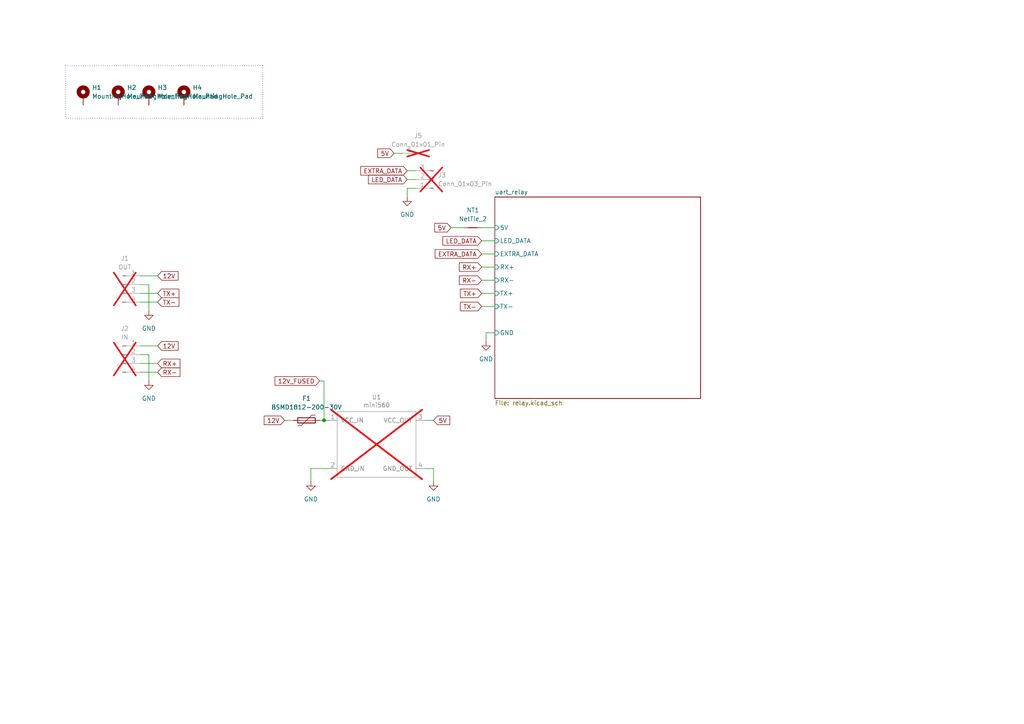
<source format=kicad_sch>
(kicad_sch (version 20250114) (generator "eeschema") (generator_version "9.0")
  (paper "A4")
  (lib_symbols
    (symbol "Connector:Conn_01x01_Pin" (pin_names (offset 1.016) (hide yes))
      (property "Reference" "J" (at 0 2.54 0))
      (property "Value" "Conn_01x01_Pin" (at 0 -2.54 0))
      (symbol "Conn_01x01_Pin_1_1"
        (rectangle (start 0.8636 0.127) (end 0 -0.127) (stroke (width 0.1524)) (fill (type outline)))
        (polyline (pts (xy 1.27 0) (xy 0.8636 0)) (stroke (width 0.1524)))
        (pin passive line (at 5.08 0 180) (length 3.81) (name "Pin_1") (number "1"))
      )
    )
    (symbol "Connector:Conn_01x03_Pin" (pin_names (offset 1.016) (hide yes))
      (property "Reference" "J" (at 0 5.08 0))
      (property "Value" "Conn_01x03_Pin" (at 0 -5.08 0))
      (symbol "Conn_01x03_Pin_1_1"
        (rectangle (start 0.8636 2.667) (end 0 2.413) (stroke (width 0.1524)) (fill (type outline)))
        (rectangle (start 0.8636 0.127) (end 0 -0.127) (stroke (width 0.1524)) (fill (type outline)))
        (rectangle (start 0.8636 -2.413) (end 0 -2.667) (stroke (width 0.1524)) (fill (type outline)))
        (polyline (pts (xy 1.27 2.54) (xy 0.8636 2.54)) (stroke (width 0.1524)))
        (polyline (pts (xy 1.27 0) (xy 0.8636 0)) (stroke (width 0.1524)))
        (polyline (pts (xy 1.27 -2.54) (xy 0.8636 -2.54)) (stroke (width 0.1524)))
        (pin passive line (at 5.08 2.54 180) (length 3.81) (name "Pin_1") (number "1"))
        (pin passive line (at 5.08 0 180) (length 3.81) (name "Pin_2") (number "2"))
        (pin passive line (at 5.08 -2.54 180) (length 3.81) (name "Pin_3") (number "3"))
      )
    )
    (symbol "Connector:Conn_01x04_Pin" (pin_names (offset 1.016) (hide yes))
      (property "Reference" "J" (at 0 5.08 0))
      (property "Value" "Conn_01x04_Pin" (at 0 -7.62 0))
      (symbol "Conn_01x04_Pin_1_1"
        (rectangle (start 0.8636 2.667) (end 0 2.413) (stroke (width 0.1524)) (fill (type outline)))
        (rectangle (start 0.8636 0.127) (end 0 -0.127) (stroke (width 0.1524)) (fill (type outline)))
        (rectangle (start 0.8636 -2.413) (end 0 -2.667) (stroke (width 0.1524)) (fill (type outline)))
        (rectangle (start 0.8636 -4.953) (end 0 -5.207) (stroke (width 0.1524)) (fill (type outline)))
        (polyline (pts (xy 1.27 2.54) (xy 0.8636 2.54)) (stroke (width 0.1524)))
        (polyline (pts (xy 1.27 0) (xy 0.8636 0)) (stroke (width 0.1524)))
        (polyline (pts (xy 1.27 -2.54) (xy 0.8636 -2.54)) (stroke (width 0.1524)))
        (polyline (pts (xy 1.27 -5.08) (xy 0.8636 -5.08)) (stroke (width 0.1524)))
        (pin passive line (at 5.08 2.54 180) (length 3.81) (name "Pin_1") (number "1"))
        (pin passive line (at 5.08 0 180) (length 3.81) (name "Pin_2") (number "2"))
        (pin passive line (at 5.08 -2.54 180) (length 3.81) (name "Pin_3") (number "3"))
        (pin passive line (at 5.08 -5.08 180) (length 3.81) (name "Pin_4") (number "4"))
      )
    )
    (symbol "Device:NetTie_2" (pin_numbers (hide yes)) (pin_names (offset 0) (hide yes)) (in_bom no)
      (property "Reference" "NT" (at 0 1.27 0))
      (property "Value" "NetTie_2" (at 0 -1.27 0))
      (symbol "NetTie_2_0_1"
        (polyline (pts (xy -1.27 0) (xy 1.27 0)) (stroke (width 0.254)))
      )
      (symbol "NetTie_2_1_1"
        (pin passive line (at -2.54 0 0) (length 2.54) (name "1") (number "1"))
        (pin passive line (at 2.54 0 180) (length 2.54) (name "2") (number "2"))
      )
    )
    (symbol "Device:Polyfuse" (pin_numbers (hide yes)) (pin_names (offset 0))
      (property "Reference" "F" (at -2.54 0 90))
      (property "Value" "Polyfuse" (at 2.54 0 90))
      (symbol "Polyfuse_0_1"
        (polyline (pts (xy -1.524 2.54) (xy -1.524 1.524) (xy 1.524 -1.524) (xy 1.524 -2.54)))
        (rectangle (start -0.762 2.54) (end 0.762 -2.54) (stroke (width 0.254)))
        (polyline (pts (xy 0 2.54) (xy 0 -2.54)))
      )
      (symbol "Polyfuse_1_1"
        (pin passive line (at 0 3.81 270) (length 1.27) (name "~") (number "1"))
        (pin passive line (at 0 -3.81 90) (length 1.27) (name "~") (number "2"))
      )
    )
    (symbol "Mechanical:MountingHole_Pad" (pin_numbers (hide yes)) (pin_names (offset 1.016) (hide yes)) (in_bom no)
      (property "Reference" "H" (at 0 6.35 0))
      (property "Value" "MountingHole_Pad" (at 0 4.445 0))
      (symbol "MountingHole_Pad_0_1"
        (circle (center 0 1.27) (radius 1.27) (stroke (width 1.27)))
      )
      (symbol "MountingHole_Pad_1_1"
        (pin input line (at 0 -2.54 90) (length 2.54) (name "1") (number "1"))
      )
    )
    (symbol "dcdc:mini560" (pin_names (offset 1.016))
      (property "Reference" "U" (at 0 0 0))
      (property "Value" "mini560" (at 0 0 0))
      (symbol "mini560_0_1"
        (rectangle (start -11.43 10.16) (end 11.43 -8.89))
      )
      (symbol "mini560_1_1"
        (pin power_in line (at -13.97 7.62 0) (length 2.54) (name "VCC_IN") (number "1"))
        (pin power_in line (at -13.97 -6.35 0) (length 2.54) (name "GND_IN") (number "2"))
        (pin power_in line (at 13.97 7.62 180) (length 2.54) (name "VCC_OUT") (number "3"))
        (pin power_out line (at 13.97 -6.35 180) (length 2.54) (name "GND_OUT") (number "4"))
      )
    )
    (symbol "power:GND" (power) (pin_numbers (hide yes)) (pin_names (offset 0) (hide yes))
      (property "Value" "GND" (at 0 -3.81 0))
      (symbol "GND_0_1"
        (polyline (pts (xy 0 0) (xy 0 -1.27) (xy 1.27 -1.27) (xy 0 -2.54) (xy -1.27 -1.27) (xy 0 -1.27)))
      )
      (symbol "GND_1_1"
        (pin power_in line (at 0 0 270) (length 0) (name "~") (number "1"))
      )
    )
  )
  (junction (at 93.98 121.92))
  (wire (pts (xy 40.64 80.01) (xy 45.72 80.01)))
  (polyline (pts (xy 76.2 34.29) (xy 19.05 34.29)) (stroke (width 0) (type dot)))
  (wire (pts (xy 92.71 121.92) (xy 93.98 121.92)))
  (wire (pts (xy 118.11 57.15) (xy 118.11 54.61)))
  (wire (pts (xy 40.64 82.55) (xy 43.18 82.55)))
  (wire (pts (xy 40.64 87.63) (xy 45.72 87.63)))
  (polyline (pts (xy 19.05 19.05) (xy 19.05 34.29)) (stroke (width 0) (type dot)))
  (wire (pts (xy 92.71 110.49) (xy 93.98 110.49)))
  (wire (pts (xy 123.19 121.92) (xy 125.73 121.92)))
  (polyline (pts (xy 76.2 19.05) (xy 76.2 34.29)) (stroke (width 0) (type dot)))
  (wire (pts (xy 43.18 102.87) (xy 43.18 110.49)))
  (wire (pts (xy 90.17 135.89) (xy 95.25 135.89)))
  (wire (pts (xy 130.81 66.04) (xy 134.62 66.04)))
  (wire (pts (xy 82.55 121.92) (xy 85.09 121.92)))
  (wire (pts (xy 140.97 99.06) (xy 140.97 96.52)))
  (wire (pts (xy 90.17 139.7) (xy 90.17 135.89)))
  (wire (pts (xy 139.7 73.66) (xy 143.51 73.66)))
  (wire (pts (xy 40.64 107.95) (xy 45.72 107.95)))
  (wire (pts (xy 139.7 81.28) (xy 143.51 81.28)))
  (wire (pts (xy 140.97 96.52) (xy 143.51 96.52)))
  (wire (pts (xy 139.7 66.04) (xy 143.51 66.04)))
  (wire (pts (xy 123.19 135.89) (xy 125.73 135.89)))
  (wire (pts (xy 43.18 82.55) (xy 43.18 90.17)))
  (wire (pts (xy 40.64 100.33) (xy 45.72 100.33)))
  (wire (pts (xy 40.64 85.09) (xy 45.72 85.09)))
  (polyline (pts (xy 19.05 19.05) (xy 76.2 19.05)) (stroke (width 0) (type dot)))
  (wire (pts (xy 93.98 110.49) (xy 93.98 121.92)))
  (wire (pts (xy 40.64 105.41) (xy 45.72 105.41)))
  (wire (pts (xy 139.7 77.47) (xy 143.51 77.47)))
  (wire (pts (xy 139.7 69.85) (xy 143.51 69.85)))
  (wire (pts (xy 118.11 52.07) (xy 120.65 52.07)))
  (wire (pts (xy 139.7 85.09) (xy 143.51 85.09)))
  (wire (pts (xy 114.3 44.45) (xy 116.84 44.45)))
  (wire (pts (xy 118.11 49.53) (xy 120.65 49.53)))
  (wire (pts (xy 93.98 121.92) (xy 95.25 121.92)))
  (wire (pts (xy 118.11 54.61) (xy 120.65 54.61)))
  (wire (pts (xy 125.73 139.7) (xy 125.73 135.89)))
  (wire (pts (xy 139.7 88.9) (xy 143.51 88.9)))
  (wire (pts (xy 40.64 102.87) (xy 43.18 102.87)))
  (global_label "TX-" (shape input) (at 139.7 88.9 180) (property "Intersheetrefs" "${INTERSHEET_REFS}" (effects (hide yes))))
  (global_label "RX-" (shape input) (at 45.72 107.95 0) (property "Intersheetrefs" "${INTERSHEET_REFS}" (effects (hide yes))))
  (global_label "LED_DATA" (shape input) (at 118.11 52.07 180) (property "Intersheetrefs" "${INTERSHEET_REFS}" (effects (hide yes))))
  (global_label "12V_FUSED" (shape input) (at 92.71 110.49 180) (property "Intersheetrefs" "${INTERSHEET_REFS}" (effects (hide yes))))
  (global_label "TX+" (shape input) (at 139.7 85.09 180) (property "Intersheetrefs" "${INTERSHEET_REFS}" (effects (hide yes))))
  (global_label "EXTRA_DATA" (shape input) (at 118.11 49.53 180) (property "Intersheetrefs" "${INTERSHEET_REFS}" (effects (hide yes))))
  (global_label "5V" (shape input) (at 114.3 44.45 180) (property "Intersheetrefs" "${INTERSHEET_REFS}" (effects (hide yes))))
  (global_label "RX+" (shape input) (at 45.72 105.41 0) (property "Intersheetrefs" "${INTERSHEET_REFS}" (effects (hide yes))))
  (global_label "EXTRA_DATA" (shape input) (at 139.7 73.66 180) (property "Intersheetrefs" "${INTERSHEET_REFS}" (effects (hide yes))))
  (global_label "LED_DATA" (shape input) (at 139.7 69.85 180) (property "Intersheetrefs" "${INTERSHEET_REFS}" (effects (hide yes))))
  (global_label "RX-" (shape input) (at 139.7 81.28 180) (property "Intersheetrefs" "${INTERSHEET_REFS}" (effects (hide yes))))
  (global_label "12V" (shape input) (at 82.55 121.92 180) (property "Intersheetrefs" "${INTERSHEET_REFS}" (effects (hide yes))))
  (global_label "TX-" (shape input) (at 45.72 87.63 0) (property "Intersheetrefs" "${INTERSHEET_REFS}" (effects (hide yes))))
  (global_label "12V" (shape input) (at 45.72 80.01 0) (property "Intersheetrefs" "${INTERSHEET_REFS}" (effects (hide yes))))
  (global_label "RX+" (shape input) (at 139.7 77.47 180) (property "Intersheetrefs" "${INTERSHEET_REFS}" (effects (hide yes))))
  (global_label "12V" (shape input) (at 45.72 100.33 0) (property "Intersheetrefs" "${INTERSHEET_REFS}" (effects (hide yes))))
  (global_label "5V" (shape input) (at 130.81 66.04 180) (property "Intersheetrefs" "${INTERSHEET_REFS}" (effects (hide yes))))
  (global_label "5V" (shape input) (at 125.73 121.92 0) (property "Intersheetrefs" "${INTERSHEET_REFS}" (effects (hide yes))))
  (global_label "TX+" (shape input) (at 45.72 85.09 0) (property "Intersheetrefs" "${INTERSHEET_REFS}" (effects (hide yes))))
  (symbol (lib_id "dcdc:mini560") (at 109.22 129.54 0) (unit 1) (dnp yes)
    (property "Reference" "U1" (at 109.22 115.189 0))
    (property "Value" "mini560" (at 109.22 117.5004 0))
    (property "Footprint" "footprints:mini560_minimal_silk_carveout" (effects (hide yes)))
  )
  (symbol (lib_id "Connector:Conn_01x01_Pin") (at 121.92 44.45 180) (unit 1) (in_bom no) (dnp yes)
    (property "Reference" "J5" (at 121.285 39.37 0))
    (property "Value" "Conn_01x01_Pin" (at 121.285 41.91 0))
    (property "Footprint" "footprints:5v_header" (effects (hide yes)))
    (property "Description" "Generic connector, single row, 01x01, script generated" (effects (hide yes)))
  )
  (symbol (lib_id "power:GND") (at 118.11 57.15 0) (unit 1)
    (property "Reference" "#PWR04" (effects (hide yes)))
    (property "Value" "GND" (at 118.11 62.23 0))
    (property "Description" "Power symbol creates a global label with name \"GND\" , ground" (effects (hide yes)))
  )
  (symbol (lib_id "Connector:Conn_01x04_Pin") (at 35.56 82.55 0) (unit 1) (dnp yes)
    (property "Reference" "J1" (at 36.195 74.93 0))
    (property "Value" "OUT" (at 36.195 77.47 0))
    (property "Footprint" "footprints:Molex_Micro-Fit_3.0_43650-0400_1x04_P3.00mm_Horizontal_silk_carveout" (effects (hide yes)))
    (property "Description" "Generic connector, single row, 01x04, script generated" (effects (hide yes)))
  )
  (symbol (lib_id "Mechanical:MountingHole_Pad") (at 53.34 27.94 0) (unit 1) (in_bom no)
    (property "Reference" "H4" (at 55.88 25.3999 0) (effects (justify left)))
    (property "Value" "MountingHole_Pad" (at 55.88 27.9399 0) (effects (justify left)))
    (property "Footprint" "footprints:MountingHole_3mm_Pad_nocourtyard" (effects (hide yes)))
    (property "Description" "Mounting Hole with connection" (effects (hide yes)))
  )
  (symbol (lib_id "power:GND") (at 125.73 139.7 0) (unit 1)
    (property "Reference" "#PWR03" (effects (hide yes)))
    (property "Value" "GND" (at 125.73 144.78 0))
    (property "Description" "Power symbol creates a global label with name \"GND\" , ground" (effects (hide yes)))
  )
  (symbol (lib_id "Connector:Conn_01x04_Pin") (at 35.56 102.87 0) (unit 1) (dnp yes)
    (property "Reference" "J2" (at 36.195 95.25 0))
    (property "Value" "IN" (at 36.195 97.79 0))
    (property "Footprint" "footprints:in_header" (effects (hide yes)))
    (property "Description" "Generic connector, single row, 01x04, script generated" (effects (hide yes)))
  )
  (symbol (lib_id "Mechanical:MountingHole_Pad") (at 43.18 27.94 0) (unit 1) (in_bom no)
    (property "Reference" "H3" (at 45.72 25.3999 0) (effects (justify left)))
    (property "Value" "MountingHole_Pad" (at 45.72 27.9399 0) (effects (justify left)))
    (property "Footprint" "footprints:MountingHole_3mm_Pad_nocourtyard" (effects (hide yes)))
    (property "Description" "Mounting Hole with connection" (effects (hide yes)))
  )
  (symbol (lib_id "Mechanical:MountingHole_Pad") (at 34.29 27.94 0) (unit 1) (in_bom no)
    (property "Reference" "H2" (at 36.83 25.3999 0) (effects (justify left)))
    (property "Value" "MountingHole_Pad" (at 36.83 27.9399 0) (effects (justify left)))
    (property "Footprint" "footprints:MountingHole_3mm_Pad_nocourtyard" (effects (hide yes)))
    (property "Description" "Mounting Hole with connection" (effects (hide yes)))
  )
  (symbol (lib_id "power:GND") (at 140.97 99.06 0) (unit 1)
    (property "Reference" "#PWR05" (effects (hide yes)))
    (property "Value" "GND" (at 140.97 104.14 0))
    (property "Description" "Power symbol creates a global label with name \"GND\" , ground" (effects (hide yes)))
  )
  (symbol (lib_id "Mechanical:MountingHole_Pad") (at 24.13 27.94 0) (unit 1) (in_bom no)
    (property "Reference" "H1" (at 26.67 25.3999 0) (effects (justify left)))
    (property "Value" "MountingHole_Pad" (at 26.67 27.9399 0) (effects (justify left)))
    (property "Footprint" "footprints:MountingHole_3mm_Pad_nocourtyard" (effects (hide yes)))
    (property "Description" "Mounting Hole with connection" (effects (hide yes)))
  )
  (symbol (lib_id "power:GND") (at 90.17 139.7 0) (unit 1)
    (property "Reference" "#PWR02" (effects (hide yes)))
    (property "Value" "GND" (at 90.17 144.78 0))
    (property "Description" "Power symbol creates a global label with name \"GND\" , ground" (effects (hide yes)))
  )
  (symbol (lib_id "Device:Polyfuse") (at 88.9 121.92 90) (unit 1)
    (property "Reference" "F1" (at 88.9 115.57 90))
    (property "Value" "BSMD1812-200-30V" (at 88.9 118.11 90))
    (property "Footprint" "Fuse:Fuse_1812_4532Metric" (effects (hide yes)))
    (property "Description" "Resettable fuse, polymeric positive temperature coefficient" (effects (hide yes)))
    (property "LCSC" "C960026" (effects (hide yes)))
  )
  (symbol (lib_id "Device:NetTie_2") (at 137.16 66.04 0) (unit 1) (in_bom no)
    (property "Reference" "NT1" (at 137.16 60.96 0))
    (property "Value" "NetTie_2" (at 137.16 63.5 0))
    (property "Footprint" "footprints:NetTie-2_SMD_Pad0.3mm" (effects (hide yes)))
    (property "Description" "Net tie, 2 pins" (effects (hide yes)))
  )
  (symbol (lib_id "power:GND") (at 43.18 90.17 0) (unit 1)
    (property "Reference" "#PWR019" (effects (hide yes)))
    (property "Value" "GND" (at 43.18 95.25 0))
    (property "Description" "Power symbol creates a global label with name \"GND\" , ground" (effects (hide yes)))
  )
  (symbol (lib_id "power:GND") (at 43.18 110.49 0) (unit 1)
    (property "Reference" "#PWR01" (effects (hide yes)))
    (property "Value" "GND" (at 43.18 115.57 0))
    (property "Description" "Power symbol creates a global label with name \"GND\" , ground" (effects (hide yes)))
  )
  (symbol (lib_id "Connector:Conn_01x03_Pin") (at 125.73 52.07 180) (unit 1) (dnp yes)
    (property "Reference" "J3" (at 127 50.7999 0) (effects (justify right)))
    (property "Value" "Conn_01x03_Pin" (at 127 53.3399 0) (effects (justify right)))
    (property "Footprint" "footprints:led_header_no_vcc" (effects (hide yes)))
    (property "Description" "Generic connector, single row, 01x03, script generated" (effects (hide yes)))
  )
  (sheet (at 143.51 57.15) (size 59.69 58.42) (stroke (width 0.1524))
    (property "Sheetname" "uart_relay" (at 143.51 56.4384 0) (effects (justify left bottom)))
    (property "Sheetfile" "relay.kicad_sch" (at 143.51 116.1546 0) (effects (justify left top)))
    (pin "5V" input (at 143.51 66.04 180))
    (pin "GND" input (at 143.51 96.52 180))
    (pin "LED_DATA" input (at 143.51 69.85 180))
    (pin "RX+" input (at 143.51 77.47 180))
    (pin "RX-" input (at 143.51 81.28 180))
    (pin "TX+" input (at 143.51 85.09 180))
    (pin "TX-" input (at 143.51 88.9 180))
    (pin "EXTRA_DATA" input (at 143.51 73.66 180))
  )
)
</source>
